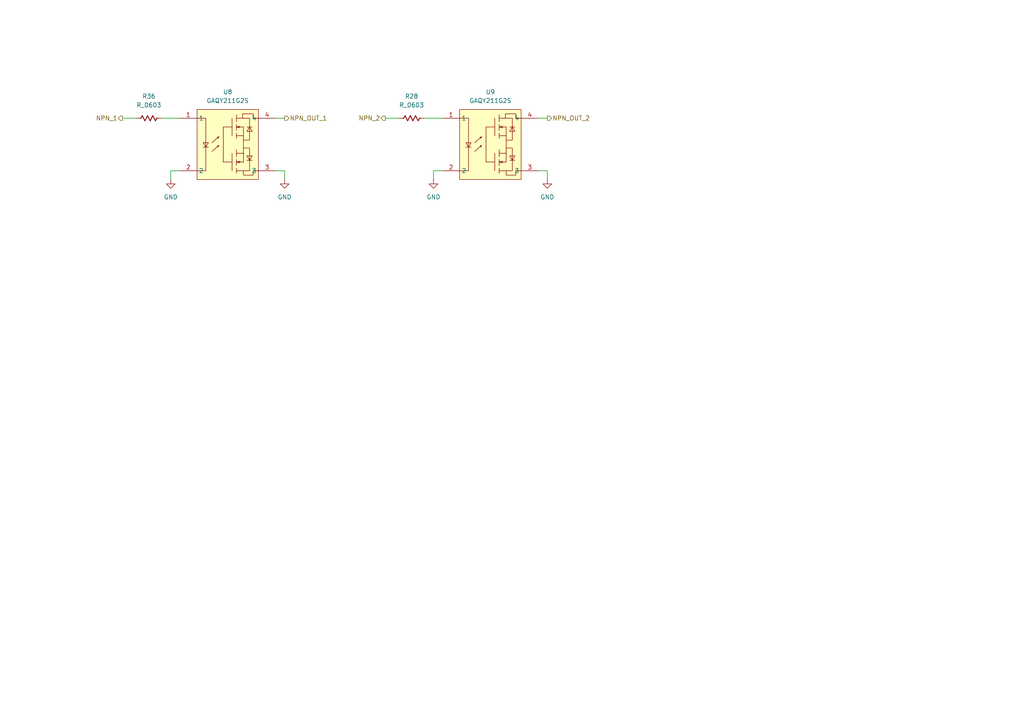
<source format=kicad_sch>
(kicad_sch (version 20250114) (generator "eeschema") (generator_version "9.0")
  (paper "A4")
  (lib_symbols
    (symbol "PCM_Resistor_US_AKL:R_0603" (pin_numbers (hide yes)) (pin_names (offset 0))
      (property "Reference" "R" (at 2.54 1.27 0))
      (property "Value" "R_0603" (at 2.54 -1.27 0))
      (symbol "R_0603_0_1"
        (polyline (pts (xy 0 2.286) (xy 0 2.54)) (stroke (width 0.254)))
        (polyline (pts (xy 0 2.286) (xy 0.762 1.905) (xy -0.762 1.143) (xy 0 0.762) (xy 0.762 0.381) (xy 0 0) (xy -0.762 -0.381) (xy 0 -0.762) (xy 0.762 -1.143) (xy 0 -1.524) (xy -0.762 -1.905) (xy 0 -2.286)) (stroke (width 0.254)))
        (polyline (pts (xy 0 -2.286) (xy 0 -2.54)) (stroke (width 0.254)))
      )
      (symbol "R_0603_0_2"
        (polyline (pts (xy -2.54 -2.54) (xy -1.778 -1.778)))
        (polyline (pts (xy -1.778 -1.778) (xy -1.524 -1.524)) (stroke (width 0.254)))
        (polyline (pts (xy -1.524 -1.524) (xy -1.778 -0.762) (xy -1.016 -1.016)) (stroke (width 0.254)))
        (polyline (pts (xy -0.508 -0.508) (xy -0.762 0.254) (xy 0 0)) (stroke (width 0.254)))
        (polyline (pts (xy -0.508 -0.508) (xy -0.254 -1.27) (xy -1.016 -1.016)) (stroke (width 0.254)))
        (polyline (pts (xy 0.508 0.508) (xy 0.254 1.27) (xy 1.016 1.016)) (stroke (width 0.254)))
        (polyline (pts (xy 0.508 0.508) (xy 0.762 -0.254) (xy 0 0)) (stroke (width 0.254)))
        (polyline (pts (xy 1.524 1.524) (xy 1.778 0.762) (xy 1.016 1.016)) (stroke (width 0.254)))
        (polyline (pts (xy 1.778 1.778) (xy 1.524 1.524)) (stroke (width 0.254)))
        (polyline (pts (xy 1.778 1.778) (xy 2.54 2.54)))
      )
      (symbol "R_0603_1_1"
        (pin passive line (at 0 3.81 270) (length 1.27) (name "~") (number "1"))
        (pin passive line (at 0 -3.81 90) (length 1.27) (name "~") (number "2"))
      )
      (symbol "R_0603_1_2"
        (pin passive line (at -2.54 -2.54 0) (length 0) (name "") (number "2"))
        (pin passive line (at 2.54 2.54 180) (length 0) (name "") (number "1"))
      )
    )
    (symbol "RLY:GAQY211G2S"
      (property "Reference" "U" (at 0 12.7 0))
      (property "Value" "GAQY211G2S" (at 0 -12.7 0))
      (symbol "GAQY211G2S_0_1"
        (rectangle (start -7.62 10.16) (end 10.16 -10.16) (fill (type background)))
        (polyline (pts (xy -7.62 7.62) (xy -5.08 7.62) (xy -5.08 -7.62) (xy -7.62 -7.62)))
        (polyline (pts (xy -5.84 0.51) (xy -4.32 0.51) (xy -5.08 -0.76) (xy -5.84 0.51)) (fill (type background)))
        (polyline (pts (xy -5.84 -0.76) (xy -4.32 -0.76)))
        (polyline (pts (xy -3.3 0.51) (xy -1.27 2.29) (xy -1.78 2.03)))
        (polyline (pts (xy -3.3 -2.03) (xy -1.27 -0.25) (xy -1.78 -0.51)))
        (polyline (pts (xy -1.27 2.29) (xy -1.52 1.78)))
        (polyline (pts (xy -1.27 -0.25) (xy -1.52 -0.76)))
        (polyline (pts (xy 0 5.08) (xy 0 -5.08)))
        (polyline (pts (xy 2.54 7.62) (xy 2.54 2.54)))
        (polyline (pts (xy 2.54 5.08) (xy 0 5.08)))
        (polyline (pts (xy 2.54 -2.54) (xy 2.54 -7.62)))
        (polyline (pts (xy 2.54 -5.08) (xy 0 -5.08)))
        (polyline (pts (xy 3.81 8.64) (xy 3.81 6.6)))
        (polyline (pts (xy 3.81 7.62) (xy 7.62 7.62)))
        (polyline (pts (xy 3.81 5.84) (xy 3.81 4.06)))
        (polyline (pts (xy 3.81 5.08) (xy 4.83 5.33)))
        (polyline (pts (xy 3.81 3.3) (xy 3.81 1.78)))
        (polyline (pts (xy 3.81 2.54) (xy 5.84 2.54)))
        (polyline (pts (xy 3.81 -1.52) (xy 3.81 -3.56)))
        (polyline (pts (xy 3.81 -2.54) (xy 5.84 -2.54)))
        (polyline (pts (xy 3.81 -4.32) (xy 3.81 -6.1)))
        (polyline (pts (xy 3.81 -5.08) (xy 4.83 -4.83)))
        (polyline (pts (xy 3.81 -6.86) (xy 3.81 -8.38)))
        (polyline (pts (xy 3.81 -7.62) (xy 7.62 -7.62)))
        (polyline (pts (xy 5.59 7.62) (xy 5.59 8.89) (xy 8.64 8.89) (xy 8.64 7.62) (xy 10.16 7.62)))
        (polyline (pts (xy 5.84 5.08) (xy 5.84 2.54)))
        (polyline (pts (xy 5.84 5.08) (xy 3.81 5.08) (xy 4.83 4.83)))
        (polyline (pts (xy 5.84 2.54) (xy 5.84 -2.79)))
        (polyline (pts (xy 5.84 1.27) (xy 7.62 1.27) (xy 7.62 7.62)))
        (polyline (pts (xy 5.84 -1.02) (xy 7.62 -1.02) (xy 7.62 -7.62)))
        (polyline (pts (xy 5.84 -2.54) (xy 5.84 -5.08)))
        (polyline (pts (xy 5.84 -5.08) (xy 3.81 -5.08) (xy 4.83 -5.33)))
        (polyline (pts (xy 5.84 -7.62) (xy 5.84 -8.89) (xy 8.64 -8.89) (xy 8.64 -7.62) (xy 10.16 -7.62)))
        (polyline (pts (xy 6.86 -3.3) (xy 8.38 -3.3) (xy 7.62 -4.57) (xy 6.86 -3.3)) (fill (type background)))
        (polyline (pts (xy 6.86 -4.57) (xy 8.38 -4.57)))
        (polyline (pts (xy 8.38 5.08) (xy 6.86 5.08)))
        (polyline (pts (xy 8.38 3.81) (xy 6.86 3.81) (xy 7.62 5.08) (xy 8.38 3.81)) (fill (type background)))
        (pin unspecified line (at -12.7 7.62 0) (length 5.08) (name "1") (number "1"))
        (pin unspecified line (at -12.7 -7.62 0) (length 5.08) (name "2") (number "2"))
        (pin unspecified line (at 15.24 7.62 180) (length 5.08) (name "4") (number "4"))
        (pin unspecified line (at 15.24 -7.62 180) (length 5.08) (name "3") (number "3"))
      )
    )
    (symbol "power:GND" (power) (pin_numbers (hide yes)) (pin_names (offset 0) (hide yes))
      (property "Value" "GND" (at 0 -3.81 0))
      (symbol "GND_0_1"
        (polyline (pts (xy 0 0) (xy 0 -1.27) (xy 1.27 -1.27) (xy 0 -2.54) (xy -1.27 -1.27) (xy 0 -1.27)))
      )
      (symbol "GND_1_1"
        (pin power_in line (at 0 0 270) (length 0) (name "~") (number "1"))
      )
    )
  )
  (wire (pts (xy 158.75 49.53) (xy 158.75 52.07)))
  (wire (pts (xy 82.55 49.53) (xy 82.55 52.07)))
  (wire (pts (xy 125.73 49.53) (xy 128.27 49.53)))
  (wire (pts (xy 125.73 52.07) (xy 125.73 49.53)))
  (wire (pts (xy 156.21 34.29) (xy 158.75 34.29)))
  (wire (pts (xy 49.53 52.07) (xy 49.53 49.53)))
  (wire (pts (xy 156.21 49.53) (xy 158.75 49.53)))
  (wire (pts (xy 35.56 34.29) (xy 39.37 34.29)))
  (wire (pts (xy 123.19 34.29) (xy 128.27 34.29)))
  (wire (pts (xy 46.99 34.29) (xy 52.07 34.29)))
  (wire (pts (xy 111.76 34.29) (xy 115.57 34.29)))
  (wire (pts (xy 80.01 49.53) (xy 82.55 49.53)))
  (wire (pts (xy 49.53 49.53) (xy 52.07 49.53)))
  (wire (pts (xy 80.01 34.29) (xy 82.55 34.29)))
  (hierarchical_label "NPN_OUT_2" (shape output) (at 158.75 34.29 0))
  (hierarchical_label "NPN_2" (shape output) (at 111.76 34.29 180))
  (hierarchical_label "NPN_OUT_1" (shape output) (at 82.55 34.29 0))
  (hierarchical_label "NPN_1" (shape output) (at 35.56 34.29 180))
  (symbol (lib_id "power:GND") (at 49.53 52.07 0) (unit 1)
    (property "Reference" "#PWR074" (effects (hide yes)))
    (property "Value" "GND" (at 49.53 57.15 0))
    (property "Description" "Power symbol creates a global label with name \"GND\" , ground" (effects (hide yes)))
  )
  (symbol (lib_id "power:GND") (at 125.73 52.07 0) (unit 1)
    (property "Reference" "#PWR064" (effects (hide yes)))
    (property "Value" "GND" (at 125.73 57.15 0))
    (property "Description" "Power symbol creates a global label with name \"GND\" , ground" (effects (hide yes)))
  )
  (symbol (lib_id "RLY:GAQY211G2S") (at 140.97 41.91 0) (unit 1)
    (property "Reference" "U9" (at 142.24 26.67 0))
    (property "Value" "GAQY211G2S" (at 142.24 29.21 0))
    (property "Footprint" "Battery:GQRLY" (effects (hide yes)))
    (property "LCSC Part" "C7435104" (effects (hide yes)))
  )
  (symbol (lib_id "PCM_Resistor_US_AKL:R_0603") (at 43.18 34.29 270) (unit 1)
    (property "Reference" "R36" (at 43.18 27.94 90))
    (property "Value" "R_0603" (at 43.18 30.48 90))
    (property "Footprint" "PCM_Resistor_SMD_AKL:R_0603_1608Metric" (effects (hide yes)))
    (property "Datasheet" "1K" (effects (hide yes)))
    (property "Description" "SMD 0603 Chip Resistor, US Symbol, Alternate KiCad Library" (effects (hide yes)))
  )
  (symbol (lib_id "power:GND") (at 82.55 52.07 0) (unit 1)
    (property "Reference" "#PWR063" (effects (hide yes)))
    (property "Value" "GND" (at 82.55 57.15 0))
    (property "Description" "Power symbol creates a global label with name \"GND\" , ground" (effects (hide yes)))
  )
  (symbol (lib_id "RLY:GAQY211G2S") (at 64.77 41.91 0) (unit 1)
    (property "Reference" "U8" (at 66.04 26.67 0))
    (property "Value" "GAQY211G2S" (at 66.04 29.21 0))
    (property "Footprint" "Battery:GQRLY" (effects (hide yes)))
    (property "LCSC Part" "C7435104" (effects (hide yes)))
  )
  (symbol (lib_id "PCM_Resistor_US_AKL:R_0603") (at 119.38 34.29 270) (unit 1)
    (property "Reference" "R28" (at 119.38 27.94 90))
    (property "Value" "R_0603" (at 119.38 30.48 90))
    (property "Footprint" "PCM_Resistor_SMD_AKL:R_0603_1608Metric" (effects (hide yes)))
    (property "Datasheet" "1K" (effects (hide yes)))
    (property "Description" "SMD 0603 Chip Resistor, US Symbol, Alternate KiCad Library" (effects (hide yes)))
  )
  (symbol (lib_id "power:GND") (at 158.75 52.07 0) (unit 1)
    (property "Reference" "#PWR065" (effects (hide yes)))
    (property "Value" "GND" (at 158.75 57.15 0))
    (property "Description" "Power symbol creates a global label with name \"GND\" , ground" (effects (hide yes)))
  )
)
</source>
